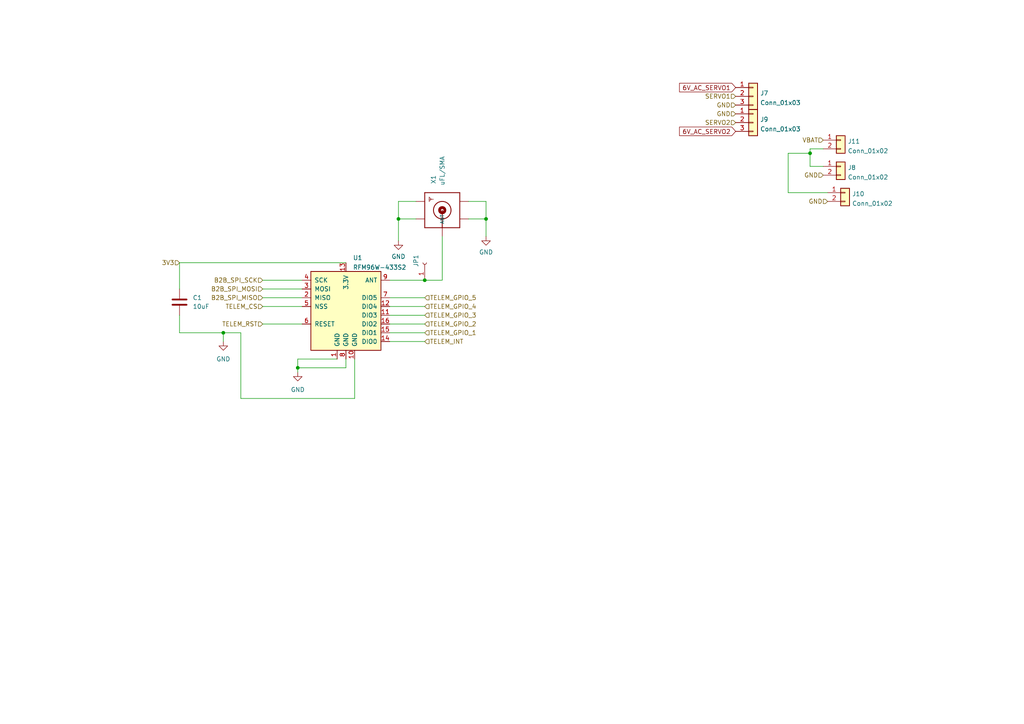
<source format=kicad_sch>
(kicad_sch (version 20211123) (generator eeschema)
  (paper "A4")
  (lib_symbols
    (symbol "Connector:Conn_01x01_Female" (pin_names (offset 1.016) hide)
      (property "Reference" "J" (at 0 2.54 0))
      (property "Value" "Conn_01x01_Female" (at 0 -2.54 0))
      (symbol "Conn_01x01_Female_1_1"
        (polyline (pts (xy -1.27 0) (xy -0.508 0)) (stroke (width 0.1524)))
        (arc (start 0 0.508) (mid -0.508 0) (end 0 -0.508) (stroke (width 0.1524)))
        (pin passive line (at -5.08 0 0) (length 3.81) (name "Pin_1") (number "1"))
      )
    )
    (symbol "Connector_Generic:Conn_01x02" (pin_names (offset 1.016) hide)
      (property "Reference" "J" (at 0 2.54 0))
      (property "Value" "Conn_01x02" (at 0 -5.08 0))
      (symbol "Conn_01x02_1_1"
        (rectangle (start -1.27 -2.413) (end 0 -2.667) (stroke (width 0.1524)))
        (rectangle (start -1.27 0.127) (end 0 -0.127) (stroke (width 0.1524)))
        (rectangle (start -1.27 1.27) (end 1.27 -3.81) (stroke (width 0.254)) (fill (type background)))
        (pin passive line (at -5.08 0 0) (length 3.81) (name "Pin_1") (number "1"))
        (pin passive line (at -5.08 -2.54 0) (length 3.81) (name "Pin_2") (number "2"))
      )
    )
    (symbol "Connector_Generic:Conn_01x03" (pin_names (offset 1.016) hide)
      (property "Reference" "J" (at 0 5.08 0))
      (property "Value" "Conn_01x03" (at 0 -5.08 0))
      (symbol "Conn_01x03_1_1"
        (rectangle (start -1.27 -2.413) (end 0 -2.667) (stroke (width 0.1524)))
        (rectangle (start -1.27 0.127) (end 0 -0.127) (stroke (width 0.1524)))
        (rectangle (start -1.27 2.667) (end 0 2.413) (stroke (width 0.1524)))
        (rectangle (start -1.27 3.81) (end 1.27 -3.81) (stroke (width 0.254)) (fill (type background)))
        (pin passive line (at -5.08 2.54 0) (length 3.81) (name "Pin_1") (number "1"))
        (pin passive line (at -5.08 0 0) (length 3.81) (name "Pin_2") (number "2"))
        (pin passive line (at -5.08 -2.54 0) (length 3.81) (name "Pin_3") (number "3"))
      )
    )
    (symbol "Connector_Generic:Conn_02x12_Odd_Even" (pin_names (offset 1.016) hide)
      (property "Reference" "J" (at 1.27 15.24 0))
      (property "Value" "Conn_02x12_Odd_Even" (at 1.27 -17.78 0))
      (symbol "Conn_02x12_Odd_Even_1_1"
        (rectangle (start -1.27 -15.113) (end 0 -15.367) (stroke (width 0.1524)))
        (rectangle (start -1.27 -12.573) (end 0 -12.827) (stroke (width 0.1524)))
        (rectangle (start -1.27 -10.033) (end 0 -10.287) (stroke (width 0.1524)))
        (rectangle (start -1.27 -7.493) (end 0 -7.747) (stroke (width 0.1524)))
        (rectangle (start -1.27 -4.953) (end 0 -5.207) (stroke (width 0.1524)))
        (rectangle (start -1.27 -2.413) (end 0 -2.667) (stroke (width 0.1524)))
        (rectangle (start -1.27 0.127) (end 0 -0.127) (stroke (width 0.1524)))
        (rectangle (start -1.27 2.667) (end 0 2.413) (stroke (width 0.1524)))
        (rectangle (start -1.27 5.207) (end 0 4.953) (stroke (width 0.1524)))
        (rectangle (start -1.27 7.747) (end 0 7.493) (stroke (width 0.1524)))
        (rectangle (start -1.27 10.287) (end 0 10.033) (stroke (width 0.1524)))
        (rectangle (start -1.27 12.827) (end 0 12.573) (stroke (width 0.1524)))
        (rectangle (start -1.27 13.97) (end 3.81 -16.51) (stroke (width 0.254)) (fill (type background)))
        (rectangle (start 3.81 -15.113) (end 2.54 -15.367) (stroke (width 0.1524)))
        (rectangle (start 3.81 -12.573) (end 2.54 -12.827) (stroke (width 0.1524)))
        (rectangle (start 3.81 -10.033) (end 2.54 -10.287) (stroke (width 0.1524)))
        (rectangle (start 3.81 -7.493) (end 2.54 -7.747) (stroke (width 0.1524)))
        (rectangle (start 3.81 -4.953) (end 2.54 -5.207) (stroke (width 0.1524)))
        (rectangle (start 3.81 -2.413) (end 2.54 -2.667) (stroke (width 0.1524)))
        (rectangle (start 3.81 0.127) (end 2.54 -0.127) (stroke (width 0.1524)))
        (rectangle (start 3.81 2.667) (end 2.54 2.413) (stroke (width 0.1524)))
        (rectangle (start 3.81 5.207) (end 2.54 4.953) (stroke (width 0.1524)))
        (rectangle (start 3.81 7.747) (end 2.54 7.493) (stroke (width 0.1524)))
        (rectangle (start 3.81 10.287) (end 2.54 10.033) (stroke (width 0.1524)))
        (rectangle (start 3.81 12.827) (end 2.54 12.573) (stroke (width 0.1524)))
        (pin passive line (at -5.08 12.7 0) (length 3.81) (name "Pin_1") (number "1"))
        (pin passive line (at 7.62 2.54 180) (length 3.81) (name "Pin_10") (number "10"))
        (pin passive line (at -5.08 0 0) (length 3.81) (name "Pin_11") (number "11"))
        (pin passive line (at 7.62 0 180) (length 3.81) (name "Pin_12") (number "12"))
        (pin passive line (at -5.08 -2.54 0) (length 3.81) (name "Pin_13") (number "13"))
        (pin passive line (at 7.62 -2.54 180) (length 3.81) (name "Pin_14") (number "14"))
        (pin passive line (at -5.08 -5.08 0) (length 3.81) (name "Pin_15") (number "15"))
        (pin passive line (at 7.62 -5.08 180) (length 3.81) (name "Pin_16") (number "16"))
        (pin passive line (at -5.08 -7.62 0) (length 3.81) (name "Pin_17") (number "17"))
        (pin passive line (at 7.62 -7.62 180) (length 3.81) (name "Pin_18") (number "18"))
        (pin passive line (at -5.08 -10.16 0) (length 3.81) (name "Pin_19") (number "19"))
        (pin passive line (at 7.62 12.7 180) (length 3.81) (name "Pin_2") (number "2"))
        (pin passive line (at 7.62 -10.16 180) (length 3.81) (name "Pin_20") (number "20"))
        (pin passive line (at -5.08 -12.7 0) (length 3.81) (name "Pin_21") (number "21"))
        (pin passive line (at 7.62 -12.7 180) (length 3.81) (name "Pin_22") (number "22"))
        (pin passive line (at -5.08 -15.24 0) (length 3.81) (name "Pin_23") (number "23"))
        (pin passive line (at 7.62 -15.24 180) (length 3.81) (name "Pin_24") (number "24"))
        (pin passive line (at -5.08 10.16 0) (length 3.81) (name "Pin_3") (number "3"))
        (pin passive line (at 7.62 10.16 180) (length 3.81) (name "Pin_4") (number "4"))
        (pin passive line (at -5.08 7.62 0) (length 3.81) (name "Pin_5") (number "5"))
        (pin passive line (at 7.62 7.62 180) (length 3.81) (name "Pin_6") (number "6"))
        (pin passive line (at -5.08 5.08 0) (length 3.81) (name "Pin_7") (number "7"))
        (pin passive line (at 7.62 5.08 180) (length 3.81) (name "Pin_8") (number "8"))
        (pin passive line (at -5.08 2.54 0) (length 3.81) (name "Pin_9") (number "9"))
      )
    )
    (symbol "D24V50F5:C" (pin_numbers hide) (pin_names (offset 0.254))
      (property "Reference" "C" (at 0.635 2.54 0))
      (property "Value" "C" (at 0.635 -2.54 0))
      (symbol "C_0_1"
        (polyline (pts (xy -2.032 -0.762) (xy 2.032 -0.762)) (stroke (width 0.508)))
        (polyline (pts (xy -2.032 0.762) (xy 2.032 0.762)) (stroke (width 0.508)))
      )
      (symbol "C_1_1"
        (pin passive line (at 0 3.81 270) (length 2.794) (name "~") (number "1"))
        (pin passive line (at 0 -3.81 90) (length 2.794) (name "~") (number "2"))
      )
    )
    (symbol "RF_Module:RFM96W-433S2" (pin_names (offset 1.016))
      (property "Reference" "U" (at -10.414 11.684 0))
      (property "Value" "RFM96W-433S2" (at 1.524 11.43 0))
      (symbol "RFM96W-433S2_0_1"
        (rectangle (start -10.16 10.16) (end 10.16 -12.7) (stroke (width 0.254)) (fill (type background)))
      )
      (symbol "RFM96W-433S2_1_1"
        (pin power_in line (at -2.54 -15.24 90) (length 2.54) (name "GND") (number "1"))
        (pin power_in line (at 2.54 -15.24 90) (length 2.54) (name "GND") (number "10"))
        (pin bidirectional line (at 12.7 -2.54 180) (length 2.54) (name "DIO3") (number "11"))
        (pin bidirectional line (at 12.7 0 180) (length 2.54) (name "DIO4") (number "12"))
        (pin power_in line (at 0 12.7 270) (length 2.54) (name "3.3V") (number "13"))
        (pin bidirectional line (at 12.7 -10.16 180) (length 2.54) (name "DIO0") (number "14"))
        (pin bidirectional line (at 12.7 -7.62 180) (length 2.54) (name "DIO1") (number "15"))
        (pin bidirectional line (at 12.7 -5.08 180) (length 2.54) (name "DIO2") (number "16"))
        (pin output line (at -12.7 2.54 0) (length 2.54) (name "MISO") (number "2"))
        (pin input line (at -12.7 5.08 0) (length 2.54) (name "MOSI") (number "3"))
        (pin input line (at -12.7 7.62 0) (length 2.54) (name "SCK") (number "4"))
        (pin input line (at -12.7 0 0) (length 2.54) (name "NSS") (number "5"))
        (pin bidirectional line (at -12.7 -5.08 0) (length 2.54) (name "RESET") (number "6"))
        (pin bidirectional line (at 12.7 2.54 180) (length 2.54) (name "DIO5") (number "7"))
        (pin power_in line (at 0 -15.24 90) (length 2.54) (name "GND") (number "8"))
        (pin bidirectional line (at 12.7 7.62 180) (length 2.54) (name "ANT") (number "9"))
      )
    )
    (symbol "SENSOR_SUITE-rescue:SMACONNECTOR-SMACONNECTOR-SENSOR_SUITE-rescue" (pin_numbers hide) (pin_names (offset 1.016))
      (property "Reference" "X" (at 7.62 2.54 0))
      (property "Value" "SMACONNECTOR-SMACONNECTOR-SENSOR_SUITE-rescue" (at 7.62 0 0))
      (symbol "SMACONNECTOR-SMACONNECTOR-SENSOR_SUITE-rescue_0_0"
        (polyline (pts (xy -5.08 -5.08) (xy -5.08 0)) (stroke (width 0.254)))
        (polyline (pts (xy -5.08 0) (xy -5.08 5.08)) (stroke (width 0.254)))
        (polyline (pts (xy -5.08 0) (xy 0 0)) (stroke (width 0.254)))
        (polyline (pts (xy -5.08 5.08) (xy 5.08 5.08)) (stroke (width 0.254)))
        (polyline (pts (xy 2.54 3.81) (xy 3.175 3.81)) (stroke (width 0.127)))
        (polyline (pts (xy 3.175 3.175) (xy 2.54 3.81)) (stroke (width 0.127)))
        (polyline (pts (xy 3.175 3.81) (xy 3.175 2.54)) (stroke (width 0.127)))
        (polyline (pts (xy 3.175 3.81) (xy 3.81 3.81)) (stroke (width 0.127)))
        (polyline (pts (xy 3.81 3.81) (xy 3.175 3.175)) (stroke (width 0.127)))
        (polyline (pts (xy 5.08 -5.08) (xy -5.08 -5.08)) (stroke (width 0.254)))
        (polyline (pts (xy 5.08 5.08) (xy 5.08 -5.08)) (stroke (width 0.254)))
        (circle (center 0 0) (radius 0.3556) (stroke (width 0.8128)))
        (circle (center 0 0) (radius 2.54) (stroke (width 0.254)))
        (pin bidirectional line (at -7.62 0 0) (length 2.54) (name "ANT") (number "ANTENNA"))
        (pin power_in line (at -2.54 7.62 270) (length 2.54) (name "~") (number "GND1"))
        (pin power_in line (at 2.54 7.62 270) (length 2.54) (name "~") (number "GND2"))
        (pin power_in line (at -2.54 -7.62 90) (length 2.54) (name "~") (number "GND3"))
        (pin power_in line (at 2.54 -7.62 90) (length 2.54) (name "~") (number "GND4"))
      )
    )
    (symbol "power:GND" (power) (pin_names (offset 0))
      (property "Value" "GND" (at 0 -3.81 0))
      (symbol "GND_0_1"
        (polyline (pts (xy 0 0) (xy 0 -1.27) (xy 1.27 -1.27) (xy 0 -2.54) (xy -1.27 -1.27) (xy 0 -1.27)))
      )
      (symbol "GND_1_1"
        (pin power_in line (at 0 0 270) (length 0) hide (name "GND") (number "1"))
      )
    )
  )
  (junction (at 140.97 63.5))
  (junction (at 115.57 63.5))
  (junction (at 86.36 106.68))
  (junction (at 234.95 44.45))
  (junction (at 123.19 81.28))
  (junction (at 64.77 96.52))
  (wire (pts (xy 135.89 63.5) (xy 140.97 63.5)))
  (wire (pts (xy 238.76 43.18) (xy 234.95 43.18)))
  (wire (pts (xy 140.97 63.5) (xy 140.97 58.42)))
  (wire (pts (xy 69.85 96.52) (xy 64.77 96.52)))
  (wire (pts (xy 64.77 96.52) (xy 64.77 99.06)))
  (wire (pts (xy 86.36 104.14) (xy 86.36 106.68)))
  (wire (pts (xy 113.03 93.98) (xy 123.19 93.98)))
  (wire (pts (xy 76.2 86.36) (xy 87.63 86.36)))
  (wire (pts (xy 115.57 63.5) (xy 115.57 69.85)))
  (wire (pts (xy 113.03 86.36) (xy 123.19 86.36)))
  (wire (pts (xy 102.87 104.14) (xy 102.87 115.57)))
  (wire (pts (xy 113.03 96.52) (xy 123.19 96.52)))
  (wire (pts (xy 76.2 88.9) (xy 87.63 88.9)))
  (wire (pts (xy 76.2 81.28) (xy 87.63 81.28)))
  (wire (pts (xy 100.33 106.68) (xy 86.36 106.68)))
  (wire (pts (xy 228.6 55.88) (xy 228.6 44.45)))
  (wire (pts (xy 115.57 63.5) (xy 115.57 58.42)))
  (wire (pts (xy 52.07 96.52) (xy 64.77 96.52)))
  (wire (pts (xy 113.03 81.28) (xy 123.19 81.28)))
  (wire (pts (xy 102.87 115.57) (xy 69.85 115.57)))
  (wire (pts (xy 76.2 93.98) (xy 87.63 93.98)))
  (wire (pts (xy 86.36 106.68) (xy 86.36 107.95)))
  (wire (pts (xy 113.03 88.9) (xy 123.19 88.9)))
  (wire (pts (xy 140.97 63.5) (xy 140.97 68.58)))
  (wire (pts (xy 128.27 81.28) (xy 128.27 68.58)))
  (wire (pts (xy 234.95 48.26) (xy 238.76 48.26)))
  (wire (pts (xy 97.79 104.14) (xy 86.36 104.14)))
  (wire (pts (xy 240.03 55.88) (xy 228.6 55.88)))
  (wire (pts (xy 100.33 104.14) (xy 100.33 106.68)))
  (wire (pts (xy 52.07 91.44) (xy 52.07 96.52)))
  (wire (pts (xy 234.95 44.45) (xy 234.95 48.26)))
  (wire (pts (xy 120.65 58.42) (xy 115.57 58.42)))
  (wire (pts (xy 69.85 115.57) (xy 69.85 96.52)))
  (wire (pts (xy 234.95 43.18) (xy 234.95 44.45)))
  (wire (pts (xy 113.03 91.44) (xy 123.19 91.44)))
  (wire (pts (xy 52.07 83.82) (xy 52.07 76.2)))
  (wire (pts (xy 76.2 83.82) (xy 87.63 83.82)))
  (wire (pts (xy 123.19 81.28) (xy 128.27 81.28)))
  (wire (pts (xy 120.65 63.5) (xy 115.57 63.5)))
  (wire (pts (xy 113.03 99.06) (xy 123.19 99.06)))
  (wire (pts (xy 228.6 44.45) (xy 234.95 44.45)))
  (wire (pts (xy 52.07 76.2) (xy 100.33 76.2)))
  (wire (pts (xy 140.97 58.42) (xy 135.89 58.42)))
  (global_label "6V_AC_SERVO2" (shape input) (at 127 -48.26 0) (property "Intersheet References" "${INTERSHEET_REFS}" (effects hide)))
  (global_label "6V_AC_SERVO1" (shape input) (at 213.36 25.4 180) (property "Intersheet References" "${INTERSHEET_REFS}" (effects hide)))
  (global_label "6V_AC_SERVO2" (shape input) (at 120.65 -2.54 180) (property "Intersheet References" "${INTERSHEET_REFS}" (effects hide)))
  (global_label "6V_AC_SERVO1" (shape input) (at 38.1 -7.62 180) (property "Intersheet References" "${INTERSHEET_REFS}" (effects hide)))
  (global_label "6V_AC_SERVO2" (shape input) (at 213.36 38.1 180) (property "Intersheet References" "${INTERSHEET_REFS}" (effects hide)))
  (global_label "6V_AC_SERVO1" (shape input) (at 50.8 -48.26 0) (property "Intersheet References" "${INTERSHEET_REFS}" (effects hide)))
  (hierarchical_label "B2B_GPIO_11" (shape input) (at 120.65 -27.94 180))
  (hierarchical_label "TELEM_GPIO_1" (shape input) (at 38.1 -17.78 180))
  (hierarchical_label "GND" (shape input) (at 133.35 -20.32 0))
  (hierarchical_label "GND" (shape input) (at 38.1 -63.5 180))
  (hierarchical_label "TELEM_GPIO_1" (shape input) (at 123.19 96.52 0))
  (hierarchical_label "TELEM_RST" (shape input) (at 50.8 -66.04 0))
  (hierarchical_label "GND" (shape input) (at 114.3 -66.04 180))
  (hierarchical_label "TELEM_GPIO_2" (shape input) (at 38.1 -15.24 180))
  (hierarchical_label "CONT_GND" (shape input) (at 114.3 -60.96 180))
  (hierarchical_label "TELEM_GPIO_4" (shape input) (at 123.19 88.9 0))
  (hierarchical_label "SERVO1" (shape input) (at 114.3 -55.88 180))
  (hierarchical_label "TELEM_GPIO_5" (shape input) (at 133.35 -12.7 0))
  (hierarchical_label "B2B_SPI_MISO" (shape input) (at 50.8 -12.7 0))
  (hierarchical_label "TELEM_CS" (shape input) (at 50.8 -71.12 0))
  (hierarchical_label "B2B_I2C_SDA" (shape input) (at 38.1 -48.26 180))
  (hierarchical_label "B2B_GPIO_19" (shape input) (at 120.65 -7.62 180))
  (hierarchical_label "TELEM_GPIO_1" (shape input) (at 50.8 -58.42 0))
  (hierarchical_label "5V" (shape input) (at 50.8 -30.48 0))
  (hierarchical_label "5V" (shape input) (at 114.3 -71.12 180))
  (hierarchical_label "B2B_GPIO_19" (shape input) (at 127 -53.34 0))
  (hierarchical_label "B2B_GPIO_13" (shape input) (at 120.65 -22.86 180))
  (hierarchical_label "B2B_GPIO_8" (shape input) (at 133.35 -5.08 0))
  (hierarchical_label "TELEM_INT" (shape input) (at 50.8 -68.58 0))
  (hierarchical_label "VBAT" (shape input) (at 238.76 40.64 180))
  (hierarchical_label "GND" (shape input) (at 238.76 50.8 180))
  (hierarchical_label "SERVO1" (shape input) (at 213.36 27.94 180))
  (hierarchical_label "TELEM_INT" (shape input) (at 123.19 99.06 0))
  (hierarchical_label "TELEM_INT" (shape input) (at 38.1 -27.94 180))
  (hierarchical_label "CONT_3V3" (shape input) (at 50.8 -20.32 0))
  (hierarchical_label "POWER_STATE" (shape input) (at 50.8 -63.5 0))
  (hierarchical_label "5V" (shape input) (at 38.1 -71.12 180))
  (hierarchical_label "VBAT" (shape input) (at 38.1 -76.2 180))
  (hierarchical_label "3V3" (shape input) (at 38.1 -68.58 180))
  (hierarchical_label "B2B_SPI_SCK" (shape input) (at 38.1 -58.42 180))
  (hierarchical_label "B2B_GPIO_10" (shape input) (at 127 -76.2 0))
  (hierarchical_label "SERVO2" (shape input) (at 114.3 -53.34 180))
  (hierarchical_label "B2B_GPIO_17" (shape input) (at 120.65 -12.7 180))
  (hierarchical_label "B2B_GPIO_15" (shape input) (at 120.65 -17.78 180))
  (hierarchical_label "TELEM_CS" (shape input) (at 38.1 -30.48 180))
  (hierarchical_label "TELEM_GPIO_5" (shape input) (at 123.19 86.36 0))
  (hierarchical_label "TELEM_GPIO_2" (shape input) (at 123.19 93.98 0))
  (hierarchical_label "B2B_GPIO_10" (shape input) (at 120.65 -30.48 180))
  (hierarchical_label "B2B_GPIO_20" (shape input) (at 127 -50.8 0))
  (hierarchical_label "9V" (shape input) (at 133.35 -27.94 0))
  (hierarchical_label "VBAT" (shape input) (at 50.8 -35.56 0))
  (hierarchical_label "CONT_GND" (shape input) (at 133.35 -15.24 0))
  (hierarchical_label "B2B_GPIO_16" (shape input) (at 127 -60.96 0))
  (hierarchical_label "POWER_STATE" (shape input) (at 38.1 -22.86 180))
  (hierarchical_label "POWER_RESET" (shape input) (at 50.8 -60.96 0))
  (hierarchical_label "B2B_GPIO_18" (shape input) (at 120.65 -10.16 180))
  (hierarchical_label "B2B_SPI_MOSI" (shape input) (at 76.2 83.82 180))
  (hierarchical_label "SERVO2" (shape input) (at 213.36 35.56 180))
  (hierarchical_label "TELEM_GPIO_4" (shape input) (at 38.1 -10.16 180))
  (hierarchical_label "3V3" (shape input) (at 133.35 -22.86 0))
  (hierarchical_label "SERVO1" (shape input) (at 133.35 -10.16 0))
  (hierarchical_label "GND" (shape input) (at 240.03 58.42 180))
  (hierarchical_label "3V3" (shape input) (at 114.3 -68.58 180))
  (hierarchical_label "B2B_SPI_MISO" (shape input) (at 76.2 86.36 180))
  (hierarchical_label "GND" (shape input) (at 114.3 -63.5 180))
  (hierarchical_label "B2B_I2C_SCL" (shape input) (at 50.8 -10.16 0))
  (hierarchical_label "B2B_GPIO_12" (shape input) (at 127 -71.12 0))
  (hierarchical_label "TELEM_GPIO_3" (shape input) (at 50.8 -53.34 0))
  (hierarchical_label "POWER_RESET" (shape input) (at 38.1 -20.32 180))
  (hierarchical_label "VBAT" (shape input) (at 133.35 -30.48 0))
  (hierarchical_label "B2B_I2C_SCL" (shape input) (at 38.1 -50.8 180))
  (hierarchical_label "B2B_SPI_MOSI" (shape input) (at 50.8 -15.24 0))
  (hierarchical_label "B2B_GPIO_20" (shape input) (at 120.65 -5.08 180))
  (hierarchical_label "TELEM_RST" (shape input) (at 76.2 93.98 180))
  (hierarchical_label "B2B_GPIO_8" (shape input) (at 114.3 -50.8 180))
  (hierarchical_label "GND" (shape input) (at 133.35 -17.78 0))
  (hierarchical_label "B2B_I2C_SDA" (shape input) (at 50.8 -7.62 0))
  (hierarchical_label "9V" (shape input) (at 38.1 -73.66 180))
  (hierarchical_label "3V3" (shape input) (at 50.8 -27.94 0))
  (hierarchical_label "TELEM_RST" (shape input) (at 38.1 -25.4 180))
  (hierarchical_label "B2B_GPIO_9" (shape input) (at 133.35 -2.54 0))
  (hierarchical_label "TELEM_GPIO_3" (shape input) (at 123.19 91.44 0))
  (hierarchical_label "B2B_UART_SDO" (shape input) (at 50.8 -73.66 0))
  (hierarchical_label "B2B_GPIO_14" (shape input) (at 120.65 -20.32 180))
  (hierarchical_label "B2B_GPIO_9" (shape input) (at 114.3 -48.26 180))
  (hierarchical_label "VBAT" (shape input) (at 114.3 -76.2 180))
  (hierarchical_label "TELEM_CS" (shape input) (at 76.2 88.9 180))
  (hierarchical_label "5V" (shape input) (at 133.35 -25.4 0))
  (hierarchical_label "TELEM_GPIO_2" (shape input) (at 50.8 -55.88 0))
  (hierarchical_label "B2B_UART_SDI" (shape input) (at 38.1 -35.56 180))
  (hierarchical_label "GND" (shape input) (at 50.8 -25.4 0))
  (hierarchical_label "B2B_GPIO_15" (shape input) (at 127 -63.5 0))
  (hierarchical_label "B2B_UART_SDI" (shape input) (at 50.8 -76.2 0))
  (hierarchical_label "B2B_GPIO_16" (shape input) (at 120.65 -15.24 180))
  (hierarchical_label "CONT_3V3" (shape input) (at 38.1 -60.96 180))
  (hierarchical_label "B2B_GPIO_11" (shape input) (at 127 -73.66 0))
  (hierarchical_label "B2B_SPI_MOSI" (shape input) (at 38.1 -55.88 180))
  (hierarchical_label "B2B_GPIO_17" (shape input) (at 127 -58.42 0))
  (hierarchical_label "B2B_SPI_SCK" (shape input) (at 50.8 -17.78 0))
  (hierarchical_label "3V3" (shape input) (at 52.07 76.2 180))
  (hierarchical_label "GND" (shape input) (at 38.1 -66.04 180))
  (hierarchical_label "B2B_SPI_SCK" (shape input) (at 76.2 81.28 180))
  (hierarchical_label "B2B_SPI_MISO" (shape input) (at 38.1 -53.34 180))
  (hierarchical_label "GND" (shape input) (at 50.8 -22.86 0))
  (hierarchical_label "SERVO2" (shape input) (at 133.35 -7.62 0))
  (hierarchical_label "TELEM_GPIO_4" (shape input) (at 50.8 -50.8 0))
  (hierarchical_label "9V" (shape input) (at 50.8 -33.02 0))
  (hierarchical_label "TELEM_GPIO_5" (shape input) (at 114.3 -58.42 180))
  (hierarchical_label "B2B_GPIO_13" (shape input) (at 127 -68.58 0))
  (hierarchical_label "TELEM_GPIO_3" (shape input) (at 38.1 -12.7 180))
  (hierarchical_label "B2B_GPIO_14" (shape input) (at 127 -66.04 0))
  (hierarchical_label "9V" (shape input) (at 114.3 -73.66 180))
  (hierarchical_label "B2B_GPIO_12" (shape input) (at 120.65 -25.4 180))
  (hierarchical_label "B2B_GPIO_18" (shape input) (at 127 -55.88 0))
  (hierarchical_label "GND" (shape input) (at 213.36 30.48 180))
  (hierarchical_label "B2B_UART_SDO" (shape input) (at 38.1 -33.02 180))
  (hierarchical_label "GND" (shape input) (at 213.36 33.02 180))
  (symbol (lib_id "SENSOR_SUITE-rescue:SMACONNECTOR-SMACONNECTOR-SENSOR_SUITE-rescue") (at 128.27 60.96 90) (unit 1)
    (property "Reference" "X1" (at 125.73 52.07 0))
    (property "Value" "uFL/SMA" (at 128.27 49.53 0))
    (property "Footprint" "uFL:uFL" (effects hide))
  )
  (symbol (lib_id "power:GND") (at 115.57 69.85 0) (unit 1)
    (property "Reference" "#PWR0103" (effects hide))
    (property "Value" "GND" (at 115.57 74.4125 0))
  )
  (symbol (lib_id "power:GND") (at 86.36 107.95 0) (unit 1)
    (property "Reference" "#PWR0101" (effects hide))
    (property "Value" "GND" (at 86.36 113.03 0))
  )
  (symbol (lib_id "Connector_Generic:Conn_02x12_Odd_Even") (at 119.38 -63.5 0) (unit 1)
    (property "Reference" "J3" (at 120.65 -81.4365 0))
    (property "Value" "Conn_02x12_Odd_Even" (at 120.65 -78.6614 0))
    (property "Footprint" "Connector_PinHeader_2.54mm:PinHeader_2x12_P2.54mm_Vertical_SMD" (effects hide))
  )
  (symbol (lib_id "Connector_Generic:Conn_01x03") (at 218.44 27.94 0) (unit 1)
    (property "Reference" "J7" (at 220.472 27.0315 0) (effects (justify left)))
    (property "Value" "Conn_01x03" (at 220.472 29.8066 0) (effects (justify left)))
    (property "Footprint" "Connector_Molex:Molex_Micro-Fit_3.0_43650-0300_1x03_P3.00mm_Horizontal" (effects hide))
  )
  (symbol (lib_id "Connector:Conn_01x01_Female") (at 123.19 76.2 90) (unit 1)
    (property "Reference" "JP1" (at 120.65 77.47 0) (effects (justify left)))
    (property "Value" "Conn_01x01_Female" (effects hide))
    (property "Footprint" "TestPoint:TestPoint_Pad_D1.0mm" (effects hide))
  )
  (symbol (lib_id "D24V50F5:C") (at 52.07 87.63 0) (unit 1)
    (property "Reference" "C1" (at 55.88 86.3599 0) (effects (justify left)))
    (property "Value" "10uF" (at 55.88 88.8999 0) (effects (justify left)))
    (property "Footprint" "Capacitor_SMD:C_0805_2012Metric" (effects hide))
  )
  (symbol (lib_id "Connector_Generic:Conn_02x12_Odd_Even") (at 43.18 -63.5 0) (unit 1)
    (property "Reference" "J1" (at 44.45 -81.4365 0))
    (property "Value" "Conn_02x12_Odd_Even" (at 44.45 -78.6614 0))
    (property "Footprint" "Connector_PinHeader_2.54mm:PinHeader_2x12_P2.54mm_Vertical_SMD" (effects hide))
  )
  (symbol (lib_id "power:GND") (at 64.77 99.06 0) (unit 1)
    (property "Reference" "#PWR0102" (effects hide))
    (property "Value" "GND" (at 64.77 104.14 0))
  )
  (symbol (lib_id "Connector_Generic:Conn_01x02") (at 243.84 48.26 0) (unit 1)
    (property "Reference" "J8" (at 245.872 48.6215 0) (effects (justify left)))
    (property "Value" "Conn_01x02" (at 245.872 51.3966 0) (effects (justify left)))
    (property "Footprint" "Connector_Molex:Molex_Micro-Fit_3.0_43650-0200_1x02_P3.00mm_Horizontal" (effects hide))
  )
  (symbol (lib_id "Connector_Generic:Conn_01x02") (at 245.11 55.88 0) (unit 1)
    (property "Reference" "J10" (at 247.142 56.2415 0) (effects (justify left)))
    (property "Value" "Conn_01x02" (at 247.142 59.0166 0) (effects (justify left)))
    (property "Footprint" "Connector_Molex:Molex_Micro-Fit_3.0_43650-0200_1x02_P3.00mm_Horizontal" (effects hide))
  )
  (symbol (lib_id "Connector_Generic:Conn_02x12_Odd_Even") (at 43.18 -22.86 0) (unit 1)
    (property "Reference" "J2" (at 44.45 -40.7965 0))
    (property "Value" "Conn_02x12_Odd_Even" (at 44.45 -38.0214 0))
    (property "Footprint" "Connector_PinHeader_2.54mm:PinHeader_2x12_P2.54mm_Vertical_SMD" (effects hide))
  )
  (symbol (lib_id "Connector_Generic:Conn_02x12_Odd_Even") (at 125.73 -17.78 0) (unit 1)
    (property "Reference" "J4" (at 127 -35.7165 0))
    (property "Value" "Conn_02x12_Odd_Even" (at 127 -32.9414 0))
    (property "Footprint" "Connector_PinHeader_2.54mm:PinHeader_2x12_P2.54mm_Vertical_SMD" (effects hide))
  )
  (symbol (lib_id "Connector_Generic:Conn_01x02") (at 243.84 40.64 0) (unit 1)
    (property "Reference" "J11" (at 245.872 41.0015 0) (effects (justify left)))
    (property "Value" "Conn_01x02" (at 245.872 43.7766 0) (effects (justify left)))
    (property "Footprint" "Connector_Molex:Molex_CLIK-Mate_502494-0270_1x02-1MP_P2.00mm_Horizontal" (effects hide))
  )
  (symbol (lib_id "Connector_Generic:Conn_01x03") (at 218.44 35.56 0) (unit 1)
    (property "Reference" "J9" (at 220.472 34.6515 0) (effects (justify left)))
    (property "Value" "Conn_01x03" (at 220.472 37.4266 0) (effects (justify left)))
    (property "Footprint" "Connector_Molex:Molex_Micro-Fit_3.0_43650-0300_1x03_P3.00mm_Horizontal" (effects hide))
  )
  (symbol (lib_id "RF_Module:RFM96W-433S2") (at 100.33 88.9 0) (unit 1)
    (property "Reference" "U1" (at 102.3494 74.7735 0) (effects (justify left)))
    (property "Value" "RFM96W-433S2" (at 102.3494 77.5486 0) (effects (justify left)))
    (property "Footprint" "RF_Module:HOPERF_RFM9XW_SMD" (effects hide))
    (property "Datasheet" "https://www.hoperf.com/data/upload/portal/20181127/5bfcc0ac60235.pdf" (effects hide))
  )
  (symbol (lib_id "power:GND") (at 140.97 68.58 0) (unit 1)
    (property "Reference" "#PWR0105" (effects hide))
    (property "Value" "GND" (at 140.97 73.1425 0))
  )
)
</source>
